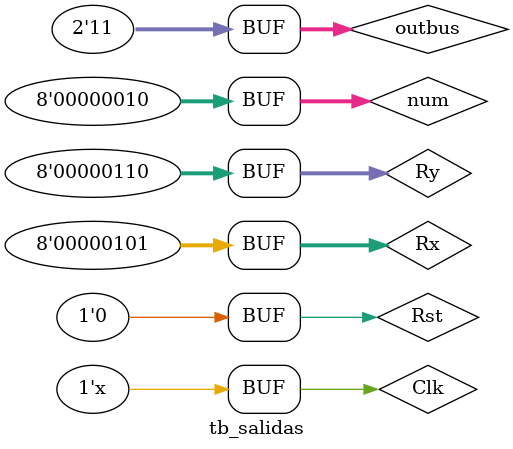
<source format=v>
`timescale 1ns / 1ps


module tb_salidas;

  reg Rst;
    reg Clk;
    reg [7:0] Rx;
    reg [7:0] Ry;
    reg [7:0] num;
    reg [1:0] outbus;
    wire [7:0] DataOut_Bus;
    wire [7:0] Addres_Data_Bus;
    wire LE;
    
    salidas uut(
    .Rst(Rst),
    .Clk(Clk),
    .Rx(Rx),
    .Ry(Ry),
    .num(num),
    .outbus(outbus),
    .DataOut_Bus(DataOut_Bus),
    .Addres_Data_Bus(Addres_Data_Bus),
    .LE(LE)
    );
    
    initial
        begin
        Rst=1;
        Clk=0;
        Rx=0;
        Ry=0;
        num=0;
        outbus=0;
        
        #2 Rst=0; Rx=8'd5; Ry=8'd6; num=8'd2; outbus=0;
        #2 outbus=2'b01;
        #2 outbus=2'b10;
        #2 outbus=2'b11;
        end
    
    always
        #1 Clk = !Clk;
endmodule

</source>
